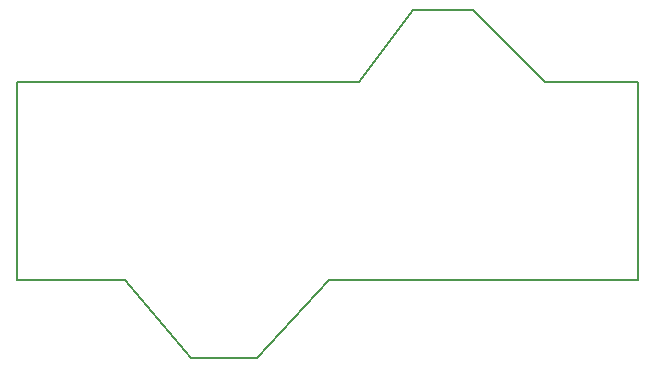
<source format=gbr>
G04 #@! TF.GenerationSoftware,KiCad,Pcbnew,(5.0.1)-4*
G04 #@! TF.CreationDate,2019-01-16T21:10:53-08:00*
G04 #@! TF.ProjectId,SysButtons,537973427574746F6E732E6B69636164,rev?*
G04 #@! TF.SameCoordinates,Original*
G04 #@! TF.FileFunction,Profile,NP*
%FSLAX46Y46*%
G04 Gerber Fmt 4.6, Leading zero omitted, Abs format (unit mm)*
G04 Created by KiCad (PCBNEW (5.0.1)-4) date 1/16/2019 9:10:53 PM*
%MOMM*%
%LPD*%
G01*
G04 APERTURE LIST*
%ADD10C,0.150000*%
%ADD11C,0.200000*%
G04 APERTURE END LIST*
D10*
X155956000Y-114300000D02*
X129794000Y-114300000D01*
X112522000Y-114300000D02*
X103378000Y-114300000D01*
D11*
X123698000Y-120904000D02*
X129794000Y-114300000D01*
X118110000Y-120904000D02*
X123698000Y-120904000D01*
X112522000Y-114300000D02*
X118110000Y-120904000D01*
X132334000Y-97536000D02*
X103378000Y-97536000D01*
X136906000Y-91440000D02*
X132334000Y-97536000D01*
X141986000Y-91440000D02*
X136906000Y-91440000D01*
X148082000Y-97536000D02*
X141986000Y-91440000D01*
X155956000Y-97536000D02*
X148082000Y-97536000D01*
X155956000Y-114300000D02*
X155956000Y-97536000D01*
X103378000Y-97536000D02*
X103378000Y-114300000D01*
M02*

</source>
